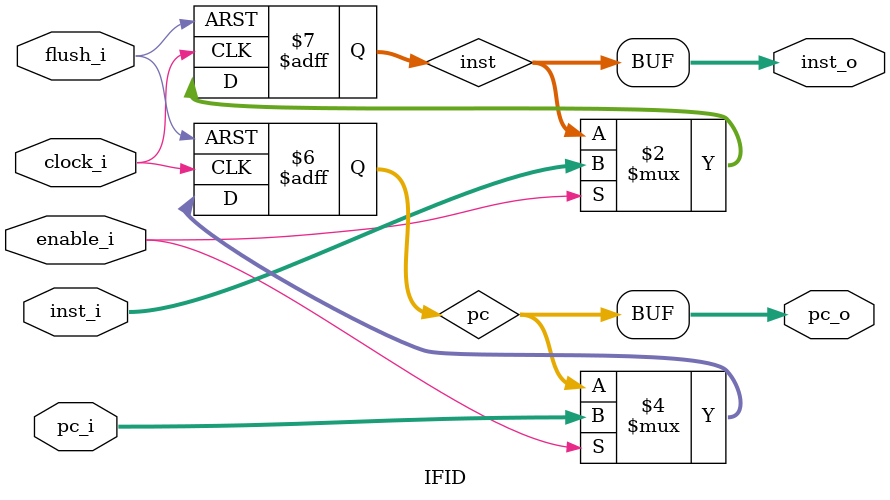
<source format=v>
module IFID
(
  input clock_i,
  input flush_i,
  input enable_i,
  input [31:0] pc_i,
  input [31:0] inst_i,
  output [31:0] pc_o,
  output [31:0] inst_o
);

reg [31:0] pc;
reg [31:0] inst;

assign pc_o = pc;
assign inst_o = inst;

always @(posedge clock_i or posedge flush_i) begin
  if (flush_i) begin
    pc <= 32'b0;
    inst <= 32'b0;
  end
  else if (enable_i) begin
    pc <= pc_i;
    inst <= inst_i;
  end
end

endmodule

</source>
